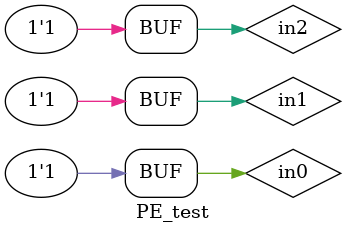
<source format=v>
`timescale 1ns / 1ps


module PE_test;

	// Inputs
	reg in2;
	reg in1;
	reg in0;

	// Outputs
	wire out1;
	wire out0;

	// Instantiate the Unit Under Test (UUT)
	Behavioral_PE uut (
		.out1(out1), 
		.out0(out0), 
		.in2(in2), 
		.in1(in1), 
		.in0(in0)
	);

	initial begin
		// Initialize Inputs
		in2 = 0;
		in1 = 0;
		in0 = 0;

		// Wait 100 ns for global reset to finish
		#100;
        
		// Add stimulus here
		in2 = 0;	in1 = 0;	in0 = 0;
		#20;
		
		in2 = 0;	in1 = 0;	in0 = 1;
		#20;
		
		in2 = 0;	in1 = 1;	in0 = 0;
		#20;
		
		in2 = 0;	in1 = 1;	in0 = 1;
		#20;
		
		in2 = 1;	in1 = 0;	in0 = 0;
		#20;
		
		in2 = 1;	in1 = 0;	in0 = 1;
		#20;
		
		in2 = 1;	in1 = 1;	in0 = 0;
		#20;
		
		in2 = 1;	in1 = 1;	in0 = 1;
		#20;
		
	end
      
endmodule


</source>
